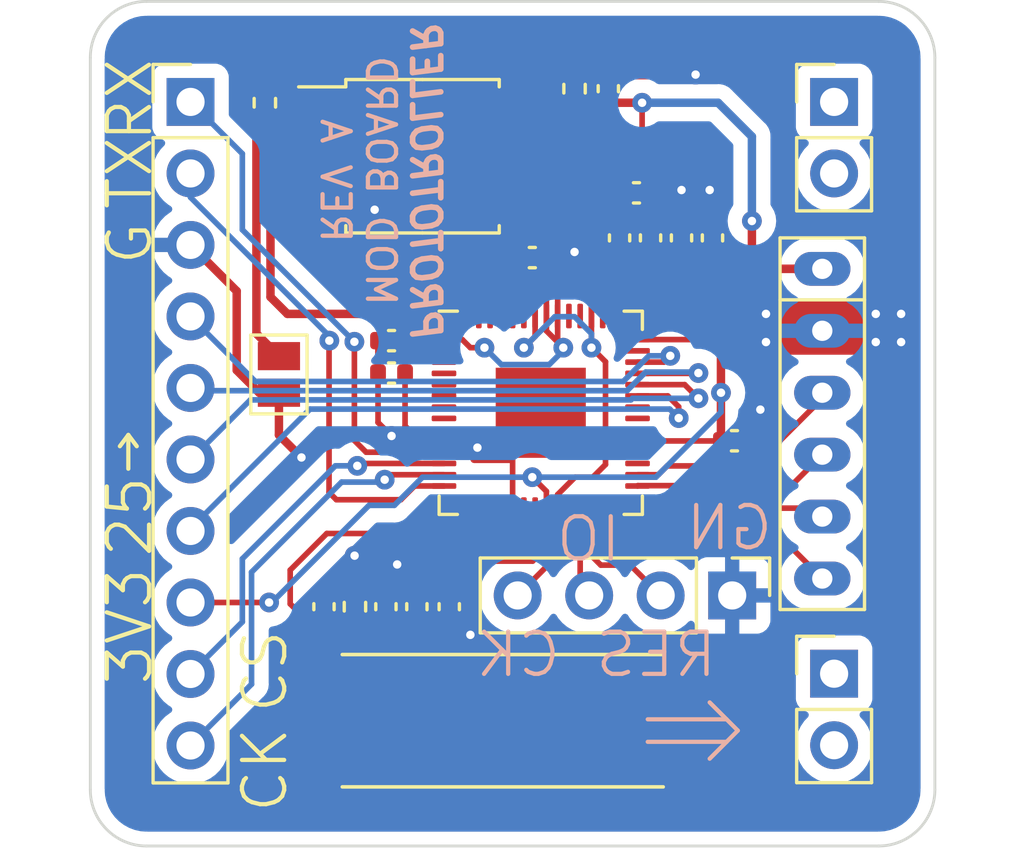
<source format=kicad_pcb>
(kicad_pcb (version 20211014) (generator pcbnew)
  (layers (0 "F.Cu" signal) (31 "B.Cu" signal) (34 "B.Paste" user) (35 "F.Paste" user) (36 "B.SilkS" user "B.Silkscreen") (37 "F.SilkS" user "F.Silkscreen") (38 "B.Mask" user) (39 "F.Mask" user) (44 "Edge.Cuts" user))
  (net 0 "")
  (net 1 "+3V3")
  (net 2 "/GPIO0")
  (net 3 "/GPIO1")
  (net 4 "/GPIO2")
  (net 5 "/GPIO3")
  (net 6 "/GPIO4")
  (net 7 "/GPIO5")
  (net 8 "/GPIO6")
  (net 9 "/GPIO7")
  (net 10 "/GPIO12")
  (net 11 "/GPIO13")
  (net 12 "/GPIO14")
  (net 13 "/GPIO15")
  (net 14 "GND")
  (net 15 "/XTAL_IN")
  (net 16 "/XTAL_OUT")
  (net 17 "+1V1")
  (net 18 "/SWCLK")
  (net 19 "/SWDIO")
  (net 20 "/RESET_N")
  (net 21 "/SPI1_CS_IO9")
  (net 22 "/SPI1_SCK")
  (net 23 "/SPI1_RX")
  (net 24 "/SPI1_TX")
  (net 25 "/GPIO20")
  (net 26 "/GPIO21")
  (net 27 "/GPIO22")
  (net 28 "/GPIO23")
  (net 29 "/GPIO24")
  (net 30 "/GPIO25")
  (net 31 "/GPIO26_ADC0")
  (net 32 "/GPIO27_ADC1")
  (net 33 "/GPIO28_ADC2")
  (net 34 "/GPIO29_ADC3")
  (net 37 "/QSPI_SD3")
  (net 38 "/QSPI_SCLK")
  (net 39 "/QSPI_SD0")
  (net 40 "/QSPI_SD2")
  (net 41 "/QSPI_SD1")
  (net 42 "/QSPI_NSS")
  (net 43 "Net-(C9-Pad2)")
  (net 44 "/BOOTSEL_N")
  (net 45 "/CS")
  (net 46 "/SCLK")
  (net 47 "/RX")
  (net 48 "/TX")
  (footprint "Connector_PinHeader_2.54mm:PinHeader_1x04_P2.54mm_Vertical" (layer "F.Cu") (at 167.8 96.1 -90)
    (fp_text reference "J1" hide)
    (fp_text value "Conn_01x04_Male")
    (pad "1" thru_hole rect (at 0 0 270) (size 1.7 1.7) (drill 1) (layers *.Cu *.Mask) (net 14 "GND"))
    (pad "2" thru_hole oval (at 0 2.54 270) (size 1.7 1.7) (drill 1) (layers *.Cu *.Mask) (net 20 "/RESET_N"))
    (pad "3" thru_hole oval (at 0 5.08 270) (size 1.7 1.7) (drill 1) (layers *.Cu *.Mask) (net 19 "/SWDIO"))
    (pad "4" thru_hole oval (at 0 7.62 270) (size 1.7 1.7) (drill 1) (layers *.Cu *.Mask) (net 18 "/SWCLK"))
  )
  (footprint "Capacitor_SMD:C_0402_1005Metric" (layer "F.Cu") (at 155.5 96.5 -90)
    (fp_text reference "C9" hide)
    (fp_text value "27p")
    (pad "1" smd roundrect (at -0.48 0 270) (size 0.56 0.62) (layers "F.Cu" "F.Paste" "F.Mask") (net 14 "GND"))
    (pad "2" smd roundrect (at 0.48 0 270) (size 0.56 0.62) (layers "F.Cu" "F.Paste" "F.Mask") (net 43 "Net-(C9-Pad2)"))
  )
  (footprint "Capacitor_SMD:C_0402_1005Metric" (layer "F.Cu") (at 166 83.4 90)
    (fp_text reference "C4" hide)
    (fp_text value "1u" hide)
    (pad "1" smd roundrect (at -0.48 0 90) (size 0.56 0.62) (layers "F.Cu" "F.Paste" "F.Mask") (net 1 "+3V3"))
    (pad "2" smd roundrect (at 0.48 0 90) (size 0.56 0.62) (layers "F.Cu" "F.Paste" "F.Mask") (net 14 "GND"))
  )
  (footprint "Capacitor_SMD:C_0402_1005Metric" (layer "F.Cu") (at 163.8 83.4 90)
    (fp_text reference "C5" hide)
    (fp_text value "100n" hide)
    (pad "1" smd roundrect (at -0.48 0 90) (size 0.56 0.62) (layers "F.Cu" "F.Paste" "F.Mask") (net 1 "+3V3"))
    (pad "2" smd roundrect (at 0.48 0 90) (size 0.56 0.62) (layers "F.Cu" "F.Paste" "F.Mask") (net 14 "GND"))
  )
  (footprint "Connector_PinHeader_2.54mm:PinHeader_1x02_P2.54mm_Vertical" (layer "F.Cu") (at 171.42 78.57)
    (fp_text reference "J10" hide)
    (fp_text value "Conn_01x02_Male")
    (pad "1" thru_hole rect (at 0 0) (size 1.7 1.7) (drill 1) (layers *.Cu *.Mask))
    (pad "2" thru_hole oval (at 0 2.54) (size 1.7 1.7) (drill 1) (layers *.Cu *.Mask))
  )
  (footprint "Capacitor_SMD:C_0402_1005Metric" (layer "F.Cu") (at 153.3 96.5 -90)
    (fp_text reference "C8" hide)
    (fp_text value "27p")
    (pad "1" smd roundrect (at -0.48 0 270) (size 0.56 0.62) (layers "F.Cu" "F.Paste" "F.Mask") (net 14 "GND"))
    (pad "2" smd roundrect (at 0.48 0 270) (size 0.56 0.62) (layers "F.Cu" "F.Paste" "F.Mask") (net 15 "/XTAL_IN"))
  )
  (footprint "Capacitor_SMD:C_0402_1005Metric" (layer "F.Cu") (at 164.4 81.8)
    (fp_text reference "C6" hide)
    (fp_text value "100n")
    (pad "1" smd roundrect (at -0.48 0) (size 0.56 0.62) (layers "F.Cu" "F.Paste" "F.Mask") (net 1 "+3V3"))
    (pad "2" smd roundrect (at 0.48 0) (size 0.56 0.62) (layers "F.Cu" "F.Paste" "F.Mask") (net 14 "GND"))
  )
  (footprint "Resistor_SMD:R_0402_1005Metric" (layer "F.Cu") (at 154.4 96.5 90)
    (fp_text reference "R3" hide)
    (fp_text value "1k")
    (pad "1" smd roundrect (at -0.51 0 90) (size 0.54 0.64) (layers "F.Cu" "F.Paste" "F.Mask") (net 43 "Net-(C9-Pad2)"))
    (pad "2" smd roundrect (at 0.51 0 90) (size 0.54 0.64) (layers "F.Cu" "F.Paste" "F.Mask") (net 16 "/XTAL_OUT"))
  )
  (footprint "Capacitor_SMD:C_0402_1005Metric" (layer "F.Cu") (at 163.4 78.1 90)
    (fp_text reference "C14" hide)
    (fp_text value "100n")
    (pad "1" smd roundrect (at -0.48 0 90) (size 0.56 0.62) (layers "F.Cu" "F.Paste" "F.Mask") (net 1 "+3V3"))
    (pad "2" smd roundrect (at 0.48 0 90) (size 0.56 0.62) (layers "F.Cu" "F.Paste" "F.Mask") (net 14 "GND"))
  )
  (footprint "Connector_PinHeader_2.54mm:PinHeader_1x10_P2.54mm_Vertical" (layer "F.Cu") (at 148.56 78.57)
    (fp_text reference "J2" hide)
    (fp_text value "Conn_01x10_Male")
    (pad "1" thru_hole rect (at 0 0) (size 1.7 1.7) (drill 1) (layers *.Cu *.Mask) (net 23 "/SPI1_RX"))
    (pad "2" thru_hole oval (at 0 2.54) (size 1.7 1.7) (drill 1) (layers *.Cu *.Mask) (net 24 "/SPI1_TX"))
    (pad "3" thru_hole oval (at 0 5.08) (size 1.7 1.7) (drill 1) (layers *.Cu *.Mask) (net 14 "GND"))
    (pad "4" thru_hole oval (at 0 7.62) (size 1.7 1.7) (drill 1) (layers *.Cu *.Mask) (net 33 "/GPIO28_ADC2"))
    (pad "5" thru_hole oval (at 0 10.16) (size 1.7 1.7) (drill 1) (layers *.Cu *.Mask) (net 32 "/GPIO27_ADC1"))
    (pad "6" thru_hole oval (at 0 12.7) (size 1.7 1.7) (drill 1) (layers *.Cu *.Mask) (net 31 "/GPIO26_ADC0"))
    (pad "7" thru_hole oval (at 0 15.24) (size 1.7 1.7) (drill 1) (layers *.Cu *.Mask) (net 30 "/GPIO25"))
    (pad "8" thru_hole oval (at 0 17.78) (size 1.7 1.7) (drill 1) (layers *.Cu *.Mask) (net 1 "+3V3"))
    (pad "9" thru_hole oval (at 0 20.32) (size 1.7 1.7) (drill 1) (layers *.Cu *.Mask) (net 21 "/SPI1_CS_IO9"))
    (pad "10" thru_hole oval (at 0 22.86) (size 1.7 1.7) (drill 1) (layers *.Cu *.Mask) (net 22 "/SPI1_SCK"))
  )
  (footprint "Capacitor_SMD:C_0402_1005Metric" (layer "F.Cu") (at 167.1 83.4 90)
    (fp_text reference "C13" hide)
    (fp_text value "100n")
    (pad "1" smd roundrect (at -0.48 0 90) (size 0.56 0.62) (layers "F.Cu" "F.Paste" "F.Mask") (net 1 "+3V3"))
    (pad "2" smd roundrect (at 0.48 0 90) (size 0.56 0.62) (layers "F.Cu" "F.Paste" "F.Mask") (net 14 "GND"))
  )
  (footprint "Capacitor_SMD:C_0402_1005Metric" (layer "F.Cu") (at 156.6 96.5 -90)
    (fp_text reference "C12" hide)
    (fp_text value "100n")
    (pad "1" smd roundrect (at -0.48 0 270) (size 0.56 0.62) (layers "F.Cu" "F.Paste" "F.Mask") (net 1 "+3V3"))
    (pad "2" smd roundrect (at 0.48 0 270) (size 0.56 0.62) (layers "F.Cu" "F.Paste" "F.Mask") (net 14 "GND"))
  )
  (footprint "Connector_PinHeader_2.54mm:PinHeader_1x02_P2.54mm_Vertical" (layer "F.Cu") (at 171.42 98.88)
    (fp_text reference "J9" hide)
    (fp_text value "Conn_01x02_Male")
    (pad "1" thru_hole rect (at 0 0) (size 1.7 1.7) (drill 1) (layers *.Cu *.Mask))
    (pad "2" thru_hole oval (at 0 2.54) (size 1.7 1.7) (drill 1) (layers *.Cu *.Mask))
  )
  (footprint "Capacitor_SMD:C_0402_1005Metric" (layer "F.Cu") (at 164.9 83.4 -90)
    (fp_text reference "C3" hide)
    (fp_text value "1u" hide)
    (pad "1" smd roundrect (at -0.48 0 270) (size 0.56 0.62) (layers "F.Cu" "F.Paste" "F.Mask") (net 14 "GND"))
    (pad "2" smd roundrect (at 0.48 0 270) (size 0.56 0.62) (layers "F.Cu" "F.Paste" "F.Mask") (net 17 "+1V1"))
  )
  (footprint "Capacitor_SMD:C_0402_1005Metric" (layer "F.Cu") (at 155.7 88.2 180)
    (fp_text reference "C10" hide)
    (fp_text value "100n")
    (pad "1" smd roundrect (at -0.48 0 180) (size 0.56 0.62) (layers "F.Cu" "F.Paste" "F.Mask") (net 1 "+3V3"))
    (pad "2" smd roundrect (at 0.48 0 180) (size 0.56 0.62) (layers "F.Cu" "F.Paste" "F.Mask") (net 14 "GND"))
  )
  (footprint "Capacitor_SMD:C_0402_1005Metric" (layer "F.Cu") (at 167.88 90.60625)
    (fp_text reference "C11" hide)
    (fp_text value "100n")
    (pad "1" smd roundrect (at -0.48 0) (size 0.56 0.62) (layers "F.Cu" "F.Paste" "F.Mask") (net 1 "+3V3"))
    (pad "2" smd roundrect (at 0.48 0) (size 0.56 0.62) (layers "F.Cu" "F.Paste" "F.Mask") (net 14 "GND"))
  )
  (footprint "prototroller_footprints:XTAL_ABLS-12.000MHZ-B4-T" (layer "F.Cu") (at 159.65 100.55 180)
    (fp_text reference "Y1" hide)
    (fp_text value "ABLS-12.000MHZ-B4-T")
    (pad "1" smd rect (at -4.75 0 180) (size 5.6 2.1) (layers "F.Cu" "F.Paste" "F.Mask") (net 43 "Net-(C9-Pad2)"))
    (pad "2" smd rect (at 4.75 0 180) (size 5.6 2.1) (layers "F.Cu" "F.Paste" "F.Mask") (net 15 "/XTAL_IN"))
  )
  (footprint "Capacitor_SMD:C_0402_1005Metric" (layer "F.Cu") (at 157.75 96.5 -90)
    (fp_text reference "C2" hide)
    (fp_text value "100n")
    (pad "1" smd roundrect (at -0.48 0 270) (size 0.56 0.62) (layers "F.Cu" "F.Paste" "F.Mask") (net 17 "+1V1"))
    (pad "2" smd roundrect (at 0.48 0 270) (size 0.56 0.62) (layers "F.Cu" "F.Paste" "F.Mask") (net 14 "GND"))
  )
  (footprint "Resistor_SMD:R_0402_1005Metric" (layer "F.Cu") (at 151.2 78.6 90)
    (fp_text reference "R1" hide)
    (fp_text value "10k")
    (pad "1" smd roundrect (at -0.51 0 90) (size 0.54 0.64) (layers "F.Cu" "F.Paste" "F.Mask") (net 44 "/BOOTSEL_N"))
    (pad "2" smd roundrect (at 0.51 0 90) (size 0.54 0.64) (layers "F.Cu" "F.Paste" "F.Mask") (net 42 "/QSPI_NSS"))
  )
  (footprint "Resistor_SMD:R_0402_1005Metric" (layer "F.Cu") (at 162.2 78.1 -90)
    (fp_text reference "R2" hide)
    (fp_text value "10k")
    (pad "1" smd roundrect (at -0.51 0 270) (size 0.54 0.64) (layers "F.Cu" "F.Paste" "F.Mask") (net 42 "/QSPI_NSS"))
    (pad "2" smd roundrect (at 0.51 0 270) (size 0.54 0.64) (layers "F.Cu" "F.Paste" "F.Mask") (net 1 "+3V3"))
  )
  (footprint "Package_DFN_QFN:QFN-56-1EP_7x7mm_P0.4mm_EP3.2x3.2mm" (layer "F.Cu") (at 161 89.6125)
    (fp_text reference "U1" hide)
    (fp_text value "RP2040")
    (pad "1" smd roundrect locked (at -3.4375 -2.6) (size 0.875 0.2) (layers "F.Cu" "F.Paste" "F.Mask") (net 1 "+3V3"))
    (pad "2" smd roundrect locked (at -3.4375 -2.2) (size 0.875 0.2) (layers "F.Cu" "F.Paste" "F.Mask") (net 2 "/GPIO0"))
    (pad "3" smd roundrect locked (at -3.4375 -1.8) (size 0.875 0.2) (layers "F.Cu" "F.Paste" "F.Mask") (net 3 "/GPIO1"))
    (pad "4" smd roundrect locked (at -3.4375 -1.4) (size 0.875 0.2) (layers "F.Cu" "F.Paste" "F.Mask") (net 4 "/GPIO2"))
    (pad "5" smd roundrect locked (at -3.4375 -1) (size 0.875 0.2) (layers "F.Cu" "F.Paste" "F.Mask") (net 5 "/GPIO3"))
    (pad "6" smd roundrect locked (at -3.4375 -0.6) (size 0.875 0.2) (layers "F.Cu" "F.Paste" "F.Mask") (net 6 "/GPIO4"))
    (pad "7" smd roundrect locked (at -3.4375 -0.2) (size 0.875 0.2) (layers "F.Cu" "F.Paste" "F.Mask") (net 7 "/GPIO5"))
    (pad "8" smd roundrect locked (at -3.4375 0.2) (size 0.875 0.2) (layers "F.Cu" "F.Paste" "F.Mask") (net 8 "/GPIO6"))
    (pad "9" smd roundrect locked (at -3.4375 0.6) (size 0.875 0.2) (layers "F.Cu" "F.Paste" "F.Mask") (net 9 "/GPIO7"))
    (pad "10" smd roundrect locked (at -3.4375 1) (size 0.875 0.2) (layers "F.Cu" "F.Paste" "F.Mask") (net 1 "+3V3"))
    (pad "11" smd roundrect locked (at -3.4375 1.4) (size 0.875 0.2) (layers "F.Cu" "F.Paste" "F.Mask") (net 23 "/SPI1_RX"))
    (pad "12" smd roundrect locked (at -3.4375 1.8) (size 0.875 0.2) (layers "F.Cu" "F.Paste" "F.Mask") (net 21 "/SPI1_CS_IO9"))
    (pad "13" smd roundrect locked (at -3.4375 2.2) (size 0.875 0.2) (layers "F.Cu" "F.Paste" "F.Mask") (net 22 "/SPI1_SCK"))
    (pad "14" smd roundrect locked (at -3.4375 2.6) (size 0.875 0.2) (layers "F.Cu" "F.Paste" "F.Mask") (net 24 "/SPI1_TX"))
    (pad "15" smd roundrect locked (at -2.6 3.4375) (size 0.2 0.875) (layers "F.Cu" "F.Paste" "F.Mask") (net 10 "/GPIO12"))
    (pad "16" smd roundrect locked (at -2.2 3.4375) (size 0.2 0.875) (layers "F.Cu" "F.Paste" "F.Mask") (net 11 "/GPIO13"))
    (pad "17" smd roundrect locked (at -1.8 3.4375) (size 0.2 0.875) (layers "F.Cu" "F.Paste" "F.Mask") (net 12 "/GPIO14"))
    (pad "18" smd roundrect locked (at -1.4 3.4375) (size 0.2 0.875) (layers "F.Cu" "F.Paste" "F.Mask") (net 13 "/GPIO15"))
    (pad "19" smd roundrect locked (at -1 3.4375) (size 0.2 0.875) (layers "F.Cu" "F.Paste" "F.Mask") (net 14 "GND"))
    (pad "20" smd roundrect locked (at -0.6 3.4375) (size 0.2 0.875) (layers "F.Cu" "F.Paste" "F.Mask") (net 15 "/XTAL_IN"))
    (pad "21" smd roundrect locked (at -0.2 3.4375) (size 0.2 0.875) (layers "F.Cu" "F.Paste" "F.Mask") (net 16 "/XTAL_OUT"))
    (pad "22" smd roundrect locked (at 0.2 3.4375) (size 0.2 0.875) (layers "F.Cu" "F.Paste" "F.Mask") (net 1 "+3V3"))
    (pad "23" smd roundrect locked (at 0.6 3.4375) (size 0.2 0.875) (layers "F.Cu" "F.Paste" "F.Mask") (net 17 "+1V1"))
    (pad "24" smd roundrect locked (at 1 3.4375) (size 0.2 0.875) (layers "F.Cu" "F.Paste" "F.Mask") (net 18 "/SWCLK"))
    (pad "25" smd roundrect locked (at 1.4 3.4375) (size 0.2 0.875) (layers "F.Cu" "F.Paste" "F.Mask") (net 19 "/SWDIO"))
    (pad "26" smd roundrect locked (at 1.8 3.4375) (size 0.2 0.875) (layers "F.Cu" "F.Paste" "F.Mask") (net 20 "/RESET_N"))
    (pad "27" smd roundrect locked (at 2.2 3.4375) (size 0.2 0.875) (layers "F.Cu" "F.Paste" "F.Mask") (net 47 "/RX"))
    (pad "28" smd roundrect locked (at 2.6 3.4375) (size 0.2 0.875) (layers "F.Cu" "F.Paste" "F.Mask") (net 45 "/CS"))
    (pad "29" smd roundrect locked (at 3.4375 2.6) (size 0.875 0.2) (layers "F.Cu" "F.Paste" "F.Mask") (net 46 "/SCLK"))
    (pad "30" smd roundrect locked (at 3.4375 2.2) (size 0.875 0.2) (layers "F.Cu" "F.Paste" "F.Mask") (net 48 "/TX"))
    (pad "31" smd roundrect locked (at 3.4375 1.8) (size 0.875 0.2) (layers "F.Cu" "F.Paste" "F.Mask") (net 25 "/GPIO20"))
    (pad "32" smd roundrect locked (at 3.4375 1.4) (size 0.875 0.2) (layers "F.Cu" "F.Paste" "F.Mask") (net 26 "/GPIO21"))
    (pad "33" smd roundrect locked (at 3.4375 1) (size 0.875 0.2) (layers "F.Cu" "F.Paste" "F.Mask") (net 1 "+3V3"))
    (pad "34" smd roundrect locked (at 3.4375 0.6) (size 0.875 0.2) (layers "F.Cu" "F.Paste" "F.Mask") (net 27 "/GPIO22"))
    (pad "35" smd roundrect locked (at 3.4375 0.2) (size 0.875 0.2) (layers "F.Cu" "F.Paste" "F.Mask") (net 28 "/GPIO23"))
    (pad "36" smd roundrect locked (at 3.4375 -0.2) (size 0.875 0.2) (layers "F.Cu" "F.Paste" "F.Mask") (net 29 "/GPIO24"))
    (pad "37" smd roundrect locked (at 3.4375 -0.6) (size 0.875 0.2) (layers "F.Cu" "F.Paste" "F.Mask") (net 30 "/GPIO25"))
    (pad "38" smd roundrect locked (at 3.4375 -1) (size 0.875 0.2) (layers "F.Cu" "F.Paste" "F.Mask") (net 31 "/GPIO26_ADC0"))
    (pad "39" smd roundrect locked (at 3.4375 -1.4) (size 0.875 0.2) (layers "F.Cu" "F.Paste" "F.Mask") (net 32 "/GPIO27_ADC1"))
    (pad "40" smd roundrect locked (at 3.4375 -1.8) (size 0.875 0.2) (layers "F.Cu" "F.Paste" "F.Mask") (net 33 "/GPIO28_ADC2"))
    (pad "41" smd roundrect locked (at 3.4375 -2.2) (size 0.875 0.2) (layers "F.Cu" "F.Paste" "F.Mask") (net 34 "/GPIO29_ADC3"))
    (pad "42" smd roundrect locked (at 3.4375 -2.6) (size 0.875 0.2) (layers "F.Cu" "F.Paste" "F.Mask") (net 1 "+3V3"))
    (pad "43" smd roundrect locked (at 2.6 -3.4375) (size 0.2 0.875) (layers "F.Cu" "F.Paste" "F.Mask") (net 1 "+3V3"))
    (pad "44" smd roundrect locked (at 2.2 -3.4375) (size 0.2 0.875) (layers "F.Cu" "F.Paste" "F.Mask") (net 1 "+3V3"))
    (pad "45" smd roundrect locked (at 1.8 -3.4375) (size 0.2 0.875) (layers "F.Cu" "F.Paste" "F.Mask") (net 17 "+1V1"))
    (pad "46" smd roundrect locked (at 1.4 -3.4375) (size 0.2 0.875) (layers "F.Cu" "F.Paste" "F.Mask"))
    (pad "47" smd roundrect locked (at 1 -3.4375) (size 0.2 0.875) (layers "F.Cu" "F.Paste" "F.Mask"))
    (pad "48" smd roundrect locked (at 0.6 -3.4375) (size 0.2 0.875) (layers "F.Cu" "F.Paste" "F.Mask") (net 1 "+3V3"))
    (pad "49" smd roundrect locked (at 0.2 -3.4375) (size 0.2 0.875) (layers "F.Cu" "F.Paste" "F.Mask") (net 1 "+3V3"))
    (pad "50" smd roundrect locked (at -0.2 -3.4375) (size 0.2 0.875) (layers "F.Cu" "F.Paste" "F.Mask") (net 17 "+1V1"))
    (pad "51" smd roundrect locked (at -0.6 -3.4375) (size 0.2 0.875) (layers "F.Cu" "F.Paste" "F.Mask") (net 37 "/QSPI_SD3"))
    (pad "52" smd roundrect locked (at -1 -3.4375) (size 0.2 0.875) (layers "F.Cu" "F.Paste" "F.Mask") (net 38 "/QSPI_SCLK"))
    (pad "53" smd roundrect locked (at -1.4 -3.4375) (size 0.2 0.875) (layers "F.Cu" "F.Paste" "F.Mask") (net 39 "/QSPI_SD0"))
    (pad "54" smd roundrect locked (at -1.8 -3.4375) (size 0.2 0.875) (layers "F.Cu" "F.Paste" "F.Mask") (net 40 "/QSPI_SD2"))
    (pad "55" smd roundrect locked (at -2.2 -3.4375) (size 0.2 0.875) (layers "F.Cu" "F.Paste" "F.Mask") (net 41 "/QSPI_SD1"))
    (pad "56" smd roundrect locked (at -2.6 -3.4375) (size 0.2 0.875) (layers "F.Cu" "F.Paste" "F.Mask") (net 42 "/QSPI_NSS"))
    (pad "57" smd rect locked (at 0 0) (size 3.2 3.2) (layers "F.Cu" "F.Mask") (net 14 "GND"))
  )
  (footprint "prototroller_footprints:Mag_Pogo_6P_P2.2mm_Male" (layer "F.Cu") (at 171 90 -90)
    (fp_text reference "J5" hide)
    (fp_text value "Conn_01x06_Male")
    (pad "1" thru_hole oval (at -5.5 0 270) (size 1.2 2) (drill 0.72) (layers *.Cu *.Mask) (net 1 "+3V3"))
    (pad "2" thru_hole oval (at -3.3 0 270) (size 1.2 2) (drill 0.72) (layers *.Cu *.Mask) (net 14 "GND"))
    (pad "3" thru_hole oval (at -1.1 0 270) (size 1.2 2) (drill 0.72) (layers *.Cu *.Mask) (net 48 "/TX"))
    (pad "4" thru_hole oval (at 1.1 0 270) (size 1.2 2) (drill 0.72) (layers *.Cu *.Mask) (net 46 "/SCLK"))
    (pad "5" thru_hole oval (at 3.3 0 270) (size 1.2 2) (drill 0.72) (layers *.Cu *.Mask) (net 45 "/CS"))
    (pad "6" thru_hole oval (at 5.5 0 270) (size 1.2 2) (drill 0.72) (layers *.Cu *.Mask) (net 47 "/RX"))
  )
  (footprint "Capacitor_SMD:C_0402_1005Metric" (layer "F.Cu") (at 160.7 84.1)
    (fp_text reference "C1" hide)
    (fp_text value "100n")
    (pad "1" smd roundrect (at -0.48 0) (size 0.56 0.62) (layers "F.Cu" "F.Paste" "F.Mask") (net 17 "+1V1"))
    (pad "2" smd roundrect (at 0.48 0) (size 0.56 0.62) (layers "F.Cu" "F.Paste" "F.Mask") (net 14 "GND"))
  )
  (footprint "Package_SO:SOIC-8_5.23x5.23mm_P1.27mm" (layer "F.Cu") (at 156.8 80.5)
    (fp_text reference "U2" hide)
    (fp_text value "W25Q16JVSSIQ")
    (pad "1" smd roundrect (at -3.6 -1.905) (size 1.6 0.6) (layers "F.Cu" "F.Paste" "F.Mask") (net 42 "/QSPI_NSS"))
    (pad "2" smd roundrect (at -3.6 -0.635) (size 1.6 0.6) (layers "F.Cu" "F.Paste" "F.Mask") (net 41 "/QSPI_SD1"))
    (pad "3" smd roundrect (at -3.6 0.635) (size 1.6 0.6) (layers "F.Cu" "F.Paste" "F.Mask") (net 40 "/QSPI_SD2"))
    (pad "4" smd roundrect (at -3.6 1.905) (size 1.6 0.6) (layers "F.Cu" "F.Paste" "F.Mask") (net 14 "GND"))
    (pad "5" smd roundrect (at 3.6 1.905) (size 1.6 0.6) (layers "F.Cu" "F.Paste" "F.Mask") (net 39 "/QSPI_SD0"))
    (pad "6" smd roundrect (at 3.6 0.635) (size 1.6 0.6) (layers "F.Cu" "F.Paste" "F.Mask") (net 38 "/QSPI_SCLK"))
    (pad "7" smd roundrect (at 3.6 -0.635) (size 1.6 0.6) (layers "F.Cu" "F.Paste" "F.Mask") (net 37 "/QSPI_SD3"))
    (pad "8" smd roundrect (at 3.6 -1.905) (size 1.6 0.6) (layers "F.Cu" "F.Paste" "F.Mask") (net 1 "+3V3"))
  )
  (footprint "Jumper:SolderJumper-2_P1.3mm_Open_Pad1.0x1.5mm" (layer "F.Cu") (at 151.7 88.25 -90)
    (fp_text reference "JP1" hide)
    (fp_text value "Jumper_2_Open")
    (pad "1" smd rect (at -0.65 0 270) (size 1 1.5) (layers "F.Cu" "F.Mask") (net 44 "/BOOTSEL_N"))
    (pad "2" smd rect (at 0.65 0 270) (size 1 1.5) (layers "F.Cu" "F.Mask") (net 14 "GND"))
  )
  (footprint "Capacitor_SMD:C_0402_1005Metric" (layer "F.Cu") (at 155.7 87.05 180)
    (fp_text reference "C7" hide)
    (fp_text value "100n")
    (pad "1" smd roundrect (at -0.48 0 180) (size 0.56 0.62) (layers "F.Cu" "F.Paste" "F.Mask") (net 1 "+3V3"))
    (pad "2" smd roundrect (at 0.48 0 180) (size 0.56 0.62) (layers "F.Cu" "F.Paste" "F.Mask") (net 14 "GND"))
  )
  (gr_line (start 164.8 100.5) (end 167.6 100.5) (layer "B.SilkS") (width 0.15))
  (gr_line (start 164.8 101.3) (end 167.6 101.3) (layer "B.SilkS") (width 0.15))
  (gr_line (start 167 99.9) (end 168 100.9) (layer "B.SilkS") (width 0.15))
  (gr_line (start 168 100.9) (end 167 101.9) (layer "B.SilkS") (width 0.15))
  (gr_line (start 146.35 90.4) (end 146.05 90.8) (layer "F.SilkS") (width 0.15))
  (gr_line (start 146.65 90.8) (end 146.35 90.4) (layer "F.SilkS") (width 0.15))
  (gr_line (start 146.35 91.6) (end 146.35 90.4) (layer "F.SilkS") (width 0.15))
  (gr_line (start 145 103) (end 145 77) (layer "Edge.Cuts") (width 0.1))
  (gr_arc (start 175 103) (mid 174.414214 104.414214) (end 173 105) (layer "Edge.Cuts") (width 0.1))
  (gr_arc (start 173 75) (mid 174.414214 75.585786) (end 175 77) (layer "Edge.Cuts") (width 0.1))
  (gr_arc (start 147 105) (mid 145.585786 104.414214) (end 145 103) (layer "Edge.Cuts") (width 0.1))
  (gr_line (start 173 105) (end 147 105) (layer "Edge.Cuts") (width 0.1))
  (gr_line (start 175 77) (end 175 103) (layer "Edge.Cuts") (width 0.1))
  (gr_arc (start 145 77) (mid 145.585786 75.585786) (end 147 75) (layer "Edge.Cuts") (width 0.1))
  (gr_line (start 147 75) (end 173 75) (layer "Edge.Cuts") (width 0.1))
  (gr_text "GN" (at 167.7 93.7) (layer "B.SilkS") (effects (font (size 1.5 1.5)) (justify mirror)))
  (gr_text "RES" (at 165.1 98.2) (layer "B.SilkS") (effects (font (size 1.5 1.5)) (justify mirror)))
  (gr_text "CK" (at 160.2 98.2) (layer "B.SilkS") (effects (font (size 1.5 1.5)) (justify mirror)))
  (gr_text "IO" (at 162.7 94.1) (layer "B.SilkS") (effects (font (size 1.5 1.5)) (justify mirror)))
  (gr_text "PROTOTROLLER" (at 156.9 81.45 270) (layer "B.SilkS") (effects (font (size 1 1) (thickness 0.2) italic) (justify mirror)))
  (gr_text "MOD BOARD\nREV A" (at 154.51 81.37 270) (layer "B.SilkS") (effects (font (size 1 1)) (justify mirror)))
  (gr_text "RX" (at 146.4 78.5 90) (layer "F.SilkS") (effects (font (size 1.5 1.5))))
  (gr_text "CS" (at 151.2 98.8 90) (layer "F.SilkS") (effects (font (size 1.5 1.5))))
  (gr_text "CK" (at 151.2 102.3 90) (layer "F.SilkS") (effects (font (size 1.5 1.5))))
  (gr_text "25" (at 146.4 93.3 90) (layer "F.SilkS") (effects (font (size 1.5 1.5))))
  (gr_text "G" (at 146.4 83.6 90) (layer "F.SilkS") (effects (font (size 1.5 1.5))))
  (gr_text "3V3" (at 146.4 97.2 90) (layer "F.SilkS") (effects (font (size 1.5 1.5))))
  (gr_text "TX" (at 146.4 81.1 90) (layer "F.SilkS") (effects (font (size 1.5 1.5))))
  (segment (start 161.2 92.4005) (end 161.2 93.05) (width 0.2) (layer "F.Cu") (net 1))
  (segment (start 161.2 86.175) (end 161.2 85.2) (width 0.2) (layer "F.Cu") (net 1))
  (segment (start 161.6 86.175) (end 161.6 85.4) (width 0.2) (layer "F.Cu") (net 1))
  (segment (start 162.6 85.2) (end 163.2 84.6) (width 0.2) (layer "F.Cu") (net 1))
  (segment (start 162.21 78.6) (end 162.2 78.61) (width 0.3) (layer "F.Cu") (net 1))
  (segment (start 163.2 86.175) (end 163.2 85.642448) (width 0.2) (layer "F.Cu") (net 1))
  (segment (start 157.366 94.554) (end 160.577372 94.554) (width 0.2) (layer "F.Cu") (net 1))
  (segment (start 156.18 87.05) (end 156.18 88.2) (width 0.2) (layer "F.Cu") (net 1))
  (segment (start 162.3 84.8) (end 163.1 84) (width 0.2) (layer "F.Cu") (net 1))
  (segment (start 161.6 87.1) (end 161.8 87.3) (width 0.2) (layer "F.Cu") (net 1))
  (segment (start 164.6 78.6) (end 162.21 78.6) (width 0.3) (layer "F.Cu") (net 1))
  (segment (start 156.2175 87.0125) (end 156.18 87.05) (width 0.2) (layer "F.Cu") (net 1))
  (segment (start 164.4375 87.0125) (end 166.5875 87.0125) (width 0.2) (layer "F.Cu") (net 1))
  (segment (start 166.4 85.2) (end 167.4 85.2) (width 0.2) (layer "F.Cu") (net 1))
  (segment (start 162.2 78.61) (end 163.37 78.61) (width 0.2) (layer "F.Cu") (net 1))
  (segment (start 167.3 86.3) (end 167.4 86.3) (width 0.2) (layer "F.Cu") (net 1))
  (segment (start 167.4 85.6) (end 167.4 86.3) (width 0.3) (layer "F.Cu") (net 1))
  (segment (start 158.2125 87.0125) (end 158.5 87.3) (width 0.2) (layer "F.Cu") (net 1))
  (segment (start 163.2 86.175) (end 163.6 86.175) (width 0.2) (layer "F.Cu") (net 1))
  (segment (start 168.5 82.8) (end 168.5 83.9) (width 0.3) (layer "F.Cu") (net 1))
  (segment (start 156.18 90.08) (end 156.7125 90.6125) (width 0.2) (layer "F.Cu") (net 1))
  (segment (start 161.6 86.175) (end 161.6 87.1) (width 0.2) (layer "F.Cu") (net 1))
  (segment (start 165.2 85.3) (end 166 84.5) (width 0.2) (layer "F.Cu") (net 1))
  (segment (start 166.35 85.25) (end 167.1 84.5) (width 0.2) (layer "F.Cu") (net 1))
  (segment (start 166.5875 87.0125) (end 167.3 86.3) (width 0.2) (layer "F.Cu") (net 1))
  (segment (start 164.4375 90.6125) (end 167.39375 90.6125) (width 0.2) (layer "F.Cu") (net 1))
  (segment (start 163.6 86.175) (end 165.425 86.175) (width 0.2) (layer "F.Cu") (net 1))
  (segment (start 157.5625 87.0125) (end 158.2125 87.0125) (width 0.2) (layer "F.Cu") (net 1))
  (segment (start 168.5 83.9) (end 169.1 84.5) (width 0.3) (layer "F.Cu") (net 1))
  (segment (start 167.4 86.3) (end 167.4 86.99375) (width 0.3) (layer "F.Cu") (net 1))
  (segment (start 160.6995 91.9) (end 161.2 92.4005) (width 0.2) (layer "F.Cu") (net 1))
  (segment (start 163.1 81) (end 164.6 79.5) (width 0.2) (layer "F.Cu") (net 1))
  (segment (start 157.5625 87.0125) (end 156.2175 87.0125) (width 0.2) (layer "F.Cu") (net 1))
  (segment (start 163.2 85.642448) (end 163.542448 85.3) (width 0.2) (layer "F.Cu") (net 1))
  (segment (start 163.6 84.6) (end 163.8 84.4) (width 0.2) (layer "F.Cu") (net 1))
  (segment (start 163.3 81.8) (end 163.92 81.8) (width 0.2) (layer "F.Cu") (net 1))
  (segment (start 160.577372 94.554) (end 161.2 93.931372) (width 0.2) (layer "F.Cu") (net 1))
  (segment (start 163.37 78.61) (end 163.4 78.58) (width 0.2) (layer "F.Cu") (net 1))
  (segment (start 169.1 84.5) (end 170 84.5) (width 0.3) (layer "F.Cu") (net 1))
  (segment (start 165.425 86.175) (end 166.35 85.25) (width 0.2) (layer "F.Cu") (net 1))
  (segment (start 163.1 82.2) (end 163.1 82) (width 0.2) (layer "F.Cu") (net 1))
  (segment (start 163.1 82.2) (end 163.1 81) (width 0.2) (layer "F.Cu") (net 1))
  (segment (start 161.2 85.2) (end 161.6 84.8) (width 0.2) (layer "F.Cu") (net 1))
  (segment (start 163.1 82) (end 163.3 81.8) (width 0.2) (layer "F.Cu") (net 1))
  (segment (start 171 84.5) (end 170 84.5) (width 0.3) (layer "F.Cu") (net 1))
  (segment (start 166.35 85.25) (end 166.4 85.2) (width 0.2) (layer "F.Cu") (net 1))
  (segment (start 170 84.5) (end 168.1 84.5) (width 0.3) (layer "F.Cu") (net 1))
  (segment (start 156.18 88.2) (end 156.18 90.08) (width 0.2) (layer "F.Cu") (net 1))
  (segment (start 164.6 79.5) (end 164.6 78.6) (width 0.2) (layer "F.Cu") (net 1))
  (segment (start 161.2 93.931372) (end 161.2 93.05) (width 0.2) (layer "F.Cu") (net 1))
  (segment (start 163.542448 85.3) (end 165.2 85.3) (width 0.2) (layer "F.Cu") (net 1))
  (segment (start 161.8 85.2) (end 162.6 85.2) (width 0.2) (layer "F.Cu") (net 1))
  (segment (start 156.6 95.32) (end 157.366 94.554) (width 0.2) (layer "F.Cu") (net 1))
  (segment (start 161.8 87.3) (end 161.2 86.7) (width 0.2) (layer "F.Cu") (net 1))
  (segment (start 167.1 84.5) (end 167.1 83.88) (width 0.2) (layer "F.Cu") (net 1))
  (segment (start 166 84.5) (end 166 83.88) (width 0.2) (layer "F.Cu") (net 1))
  (segment (start 161.6 84.8) (end 162.3 84.8) (width 0.2) (layer "F.Cu") (net 1))
  (segment (start 151.35 96.35) (end 148.56 96.35) (width 0.2) (layer "F.Cu") (net 1))
  (segment (start 156.7125 90.6125) (end 157.5625 90.6125) (width 0.2) (layer "F.Cu") (net 1))
  (segment (start 158.5 87.3) (end 159 87.3) (width 0.2) (layer "F.Cu") (net 1))
  (segment (start 156.6 96.02) (end 156.6 95.32) (width 0.2) (layer "F.Cu") (net 1))
  (segment (start 167.4 90.60625) (end 167.4 86.99375) (width 0.3) (layer "F.Cu") (net 1))
  (segment (start 161.6 85.4) (end 161.8 85.2) (width 0.2) (layer "F.Cu") (net 1))
  (segment (start 163.2 84.6) (end 163.6 84.6) (width 0.2) (layer "F.Cu") (net 1))
  (segment (start 168.1 84.5) (end 167.4 85.2) (width 0.3) (layer "F.Cu") (net 1))
  (segment (start 163.8 84.4) (end 163.8 83.88) (width 0.2) (layer "F.Cu") (net 1))
  (segment (start 160.4 78.595) (end 162.185 78.595) (width 0.3) (layer "F.Cu") (net 1))
  (segment (start 161.2 86.7) (end 161.2 86.175) (width 0.2) (layer "F.Cu") (net 1))
  (segment (start 167.4 85.2) (end 167.4 85.6) (width 0.3) (layer "F.Cu") (net 1))
  (segment (start 162.185 78.595) (end 162.2 78.61) (width 0.3) (layer "F.Cu") (net 1))
  (segment (start 163.1 84) (end 163.1 82.2) (width 0.2) (layer "F.Cu") (net 1))
  (via (at 161.8 87.3) (size 0.7) (drill 0.3) (layers "F.Cu" "B.Cu") (net 1))
  (via (at 164.6 78.6) (size 0.7) (drill 0.3) (layers "F.Cu" "B.Cu") (net 1))
  (via (at 159 87.3) (size 0.7) (drill 0.3) (layers "F.Cu" "B.Cu") (net 1))
  (via (at 168.5 82.8) (size 0.7) (drill 0.3) (layers "F.Cu" "B.Cu") (net 1))
  (via (at 167.401825 88.899544) (size 0.7) (drill 0.3) (layers "F.Cu" "B.Cu") (net 1))
  (via (at 151.35 96.35) (size 0.7) (drill 0.3) (layers "F.Cu" "B.Cu") (net 1))
  (via (at 160.6995 91.9) (size 0.7) (drill 0.3) (layers "F.Cu" "B.Cu") (net 1))
  (segment (start 151.35 96.35) (end 151.45 96.35) (width 0.2) (layer "B.Cu") (net 1))
  (segment (start 159.6 87.9) (end 161.3 87.9) (width 0.2) (layer "B.Cu") (net 1))
  (segment (start 161.3 87.9) (end 161.8 87.4) (width 0.2) (layer "B.Cu") (net 1))
  (segment (start 168.5 79.8) (end 167.3 78.6) (width 0.3) (layer "B.Cu") (net 1))
  (segment (start 161.8 87.4) (end 161.8 87.3) (width 0.2) (layer "B.Cu") (net 1))
  (segment (start 154.9 92.9) (end 155.8 92.9) (width 0.2) (layer "B.Cu") (net 1))
  (segment (start 165.089496 91.9) (end 167.401825 89.587671) (width 0.2) (layer "B.Cu") (net 1))
  (segment (start 151.45 96.35) (end 154.9 92.9) (width 0.2) (layer "B.Cu") (net 1))
  (segment (start 155.8 92.9) (end 156.8 91.9) (width 0.2) (layer "B.Cu") (net 1))
  (segment (start 159 87.3) (end 159.6 87.9) (width 0.2) (layer "B.Cu") (net 1))
  (segment (start 167.3 78.6) (end 164.6 78.6) (width 0.3) (layer "B.Cu") (net 1))
  (segment (start 167.401825 89.587671) (end 167.401825 88.899544) (width 0.2) (layer "B.Cu") (net 1))
  (segment (start 156.8 91.9) (end 160.6995 91.9) (width 0.2) (layer "B.Cu") (net 1))
  (segment (start 168.5 82.8) (end 168.5 79.8) (width 0.3) (layer "B.Cu") (net 1))
  (segment (start 160.6995 91.9) (end 165.089496 91.9) (width 0.2) (layer "B.Cu") (net 1))
  (segment (start 151 88.9) (end 151.7 88.9) (width 0.3) (layer "F.Cu") (net 14))
  (segment (start 166.48 77.62) (end 163.4 77.62) (width 0.3) (layer "F.Cu") (net 14))
  (segment (start 168.36 90.60625) (end 168.36 89.94) (width 0.3) (layer "F.Cu") (net 14))
  (segment (start 161.18 84.1) (end 162 84.1) (width 0.2) (layer "F.Cu") (net 14))
  (segment (start 155.095 82.405) (end 155.1 82.4) (width 0.3) (layer "F.Cu") (net 14))
  (segment (start 151.7 90.4) (end 151.7 88.9) (width 0.3) (layer "F.Cu") (net 14))
  (segment (start 160 90.6125) (end 160.40625 90.20625) (width 0.2) (layer "F.Cu") (net 14))
  (segment (start 154.387352 94.687352) (end 153.3 95.774704) (width 0.3) (layer "F.Cu") (net 14))
  (segment (start 152.5 91.2) (end 151.7 90.4) (width 0.3) (layer "F.Cu") (net 14))
  (segment (start 155.5 95.4) (end 155.9 95) (width 0.3) (layer "F.Cu") (net 14))
  (segment (start 160.40625 90.20625) (end 161 89.6125) (width 0.2) (layer "F.Cu") (net 14))
  (segment (start 160 93.05) (end 160 90.6125) (width 0.2) (layer "F.Cu") (net 14))
  (segment (start 155.22 89.956) (end 155.22 87.05) (width 0.2) (layer "F.Cu") (net 14))
  (segment (start 150.2 88.1) (end 151 88.9) (width 0.3) (layer "F.Cu") (net 14))
  (segment (start 162 84.1) (end 162.2 83.9) (width 0.2) (layer "F.Cu") (net 14))
  (segment (start 168.36 89.94) (end 168.8 89.5) (width 0.3) (layer "F.Cu") (net 14))
  (segment (start 155.7 90.436) (end 155.22 89.956) (width 0.2) (layer "F.Cu") (net 14))
  (segment (start 153.2 82.405) (end 155.095 82.405) (width 0.3) (layer "F.Cu") (net 14))
  (segment (start 166.5 77.6) (end 166.48 77.62) (width 0.3) (layer "F.Cu") (net 14))
  (segment (start 150.2 85.29) (end 150.2 88.1) (width 0.3) (layer "F.Cu") (net 14))
  (segment (start 148.56 83.65) (end 150.2 85.29) (width 0.3) (layer "F.Cu") (net 14))
  (segment (start 155.22 88.2) (end 155.22 87.05) (width 0.2) (layer "F.Cu") (net 14))
  (segment (start 155.5 96.02) (end 155.5 95.4) (width 0.3) (layer "F.Cu") (net 14))
  (segment (start 153.3 95.774704) (end 153.3 96.02) (width 0.3) (layer "F.Cu") (net 14))
  (via (at 169 87.1) (size 0.7) (drill 0.3) (layers "F.Cu" "B.Cu") (net 14))
  (via (at 173.8 86.1) (size 0.7) (drill 0.3) (layers "F.Cu" "B.Cu") (net 14))
  (via (at 158.5 97.5) (size 0.7) (drill 0.3) (layers "F.Cu" "B.Cu") (net 14))
  (via (at 168.8 89.5) (size 0.7) (drill 0.3) (layers "F.Cu" "B.Cu") (net 14))
  (via (at 172.9 86.1) (size 0.7) (drill 0.3) (layers "F.Cu" "B.Cu") (net 14))
  (via (at 158.75 90.85) (size 0.7) (drill 0.3) (layers "F.Cu" "B.Cu") (net 14))
  (via (at 166 81.7) (size 0.7) (drill 0.3) (layers "F.Cu" "B.Cu") (net 14))
  (via (at 166.5 77.6) (size 0.7) (drill 0.3) (layers "F.Cu" "B.Cu") (net 14))
  (via (at 167 81.7) (size 0.7) (drill 0.3) (layers "F.Cu" "B.Cu") (net 14))
  (via (at 152.5 91.2) (size 0.7) (drill 0.3) (layers "F.Cu" "B.Cu") (net 14))
  (via (at 155.7 90.436) (size 0.7) (drill 0.3) (layers "F.Cu" "B.Cu") (net 14))
  (via (at 173.8 87.1) (size 0.7) (drill 0.3) (layers "F.Cu" "B.Cu") (net 14))
  (via (at 169 86.1) (size 0.7) (drill 0.3) (layers "F.Cu" "B.Cu") (net 14))
  (via (at 154.387352 94.687352) (size 0.7) (drill 0.3) (layers "F.Cu" "B.Cu") (net 14))
  (via (at 162.2 83.9) (size 0.7) (drill 0.3) (layers "F.Cu" "B.Cu") (net 14))
  (via (at 172.9 87.1) (size 0.7) (drill 0.3) (layers "F.Cu" "B.Cu") (net 14))
  (via (at 155.1 82.4) (size 0.7) (drill 0.3) (layers "F.Cu" "B.Cu") (net 14))
  (via (at 155.9 95) (size 0.7) (drill 0.3) (layers "F.Cu" "B.Cu") (net 14))
  (segment (start 153.4 93.9) (end 152.1 95.2) (width 0.2) (layer "F.Cu") (net 15))
  (segment (start 160.16 93.9) (end 153.4 93.9) (width 0.2) (layer "F.Cu") (net 15))
  (segment (start 160.4 93.05) (end 160.4 93.66) (width 0.2) (layer "F.Cu") (net 15))
  (segment (start 160.4 93.66) (end 160.16 93.9) (width 0.2) (layer "F.Cu") (net 15))
  (segment (start 154.9 100.55) (end 154.9 99.4) (width 0.3) (layer "F.Cu") (net 15))
  (segment (start 153.3 97.8) (end 153.3 96.98) (width 0.3) (layer "F.Cu") (net 15))
  (segment (start 152.1 95.2) (end 152.1 96.4) (width 0.2) (layer "F.Cu") (net 15))
  (segment (start 154.9 99.4) (end 153.3 97.8) (width 0.3) (layer "F.Cu") (net 15))
  (segment (start 152.68 96.98) (end 153.3 96.98) (width 0.2) (layer "F.Cu") (net 15))
  (segment (start 152.1 96.4) (end 152.68 96.98) (width 0.2) (layer "F.Cu") (net 15))
  (segment (start 160.8 93.722448) (end 160.295448 94.227) (width 0.2) (layer "F.Cu") (net 16))
  (segment (start 160.8 93.05) (end 160.8 93.722448) (width 0.2) (layer "F.Cu") (net 16))
  (segment (start 160.295448 94.227) (end 155.663 94.227) (width 0.2) (layer "F.Cu") (net 16))
  (segment (start 155.663 94.227) (end 154.4 95.49) (width 0.2) (layer "F.Cu") (net 16))
  (segment (start 154.4 95.49) (end 154.4 95.99) (width 0.2) (layer "F.Cu") (net 16))
  (segment (start 161.6 92.517525) (end 162.217525 91.9) (width 0.2) (layer "F.Cu") (net 17))
  (segment (start 162.8 86.175) (end 162.8 85.58) (width 0.2) (layer "F.Cu") (net 17))
  (segment (start 164.4 84.973) (end 164.9 84.473) (width 0.2) (layer "F.Cu") (net 17))
  (segment (start 160.8 86.175) (end 160.8 85.3) (width 0.2) (layer "F.Cu") (net 17))
  (segment (start 163.3 87.8) (end 162.8 87.3) (width 0.2) (layer "F.Cu") (net 17))
  (segment (start 161.6 93.05) (end 161.6 93.99382) (width 0.2) (layer "F.Cu") (net 17))
  (segment (start 160.71282 94.881) (end 158.319 94.881) (width 0.2) (layer "F.Cu") (net 17))
  (segment (start 163.407 84.973) (end 164.4 84.973) (width 0.2) (layer "F.Cu") (net 17))
  (segment (start 160.8 86.175) (end 160.8 86.9) (width 0.2) (layer "F.Cu") (net 17))
  (segment (start 162.8 87.3) (end 162.8 86.175) (width 0.2) (layer "F.Cu") (net 17))
  (segment (start 163.3 91.45) (end 163.3 87.8) (width 0.2) (layer "F.Cu") (net 17))
  (segment (start 160.8 85.3) (end 160.22 84.72) (width 0.2) (layer "F.Cu") (net 17))
  (segment (start 162.8 85.58) (end 163.407 84.973) (width 0.2) (layer "F.Cu") (net 17))
  (segment (start 161.6 93.99382) (end 160.71282 94.881) (width 0.2) (layer "F.Cu") (net 17))
  (segment (start 157.75 95.45) (end 157.75 96.02) (width 0.2) (layer "F.Cu") (net 17))
  (segment (start 164.9 84.473) (end 164.9 83.88) (width 0.2) (layer "F.Cu") (net 17))
  (segment (start 158.319 94.881) (end 157.75 95.45) (width 0.2) (layer "F.Cu") (net 17))
  (segment (start 162.85 91.9) (end 163.3 91.45) (width 0.2) (layer "F.Cu") (net 17))
  (segment (start 162.217525 91.9) (end 162.85 91.9) (width 0.2) (layer "F.Cu") (net 17))
  (segment (start 160.22 84.72) (end 160.22 84.1) (width 0.2) (layer "F.Cu") (net 17))
  (segment (start 160.8 86.9) (end 160.4 87.3) (width 0.2) (layer "F.Cu") (net 17))
  (segment (start 161.6 93.05) (end 161.6 92.517525) (width 0.2) (layer "F.Cu") (net 17))
  (via (at 160.4 87.3) (size 0.7) (drill 0.3) (layers "F.Cu" "B.Cu") (net 17))
  (via (at 162.8 87.3) (size 0.7) (drill 0.3) (layers "F.Cu" "B.Cu") (net 17))
  (segment (start 162.8 86.8) (end 162.2 86.2) (width 0.2) (layer "B.Cu") (net 17))
  (segment (start 162.8 87.3) (end 162.8 86.8) (width 0.2) (layer "B.Cu") (net 17))
  (segment (start 162.2 86.2) (end 161.5 86.2) (width 0.2) (layer "B.Cu") (net 17))
  (segment (start 161.5 86.2) (end 160.4 87.3) (width 0.2) (layer "B.Cu") (net 17))
  (segment (start 162 94.28) (end 160.18 96.1) (width 0.2) (layer "F.Cu") (net 18))
  (segment (start 162 93.05) (end 162 94.28) (width 0.2) (layer "F.Cu") (net 18))
  (segment (start 162.4 93.05) (end 162.4 95.78) (width 0.2) (layer "F.Cu") (net 19))
  (segment (start 162.4 95.78) (end 162.72 96.1) (width 0.2) (layer "F.Cu") (net 19))
  (segment (start 162.8 94.69) (end 163.133 95.023) (width 0.2) (layer "F.Cu") (net 20))
  (segment (start 163.133 95.023) (end 164.183 95.023) (width 0.2) (layer "F.Cu") (net 20))
  (segment (start 162.8 93.05) (end 162.8 94.69) (width 0.2) (layer "F.Cu") (net 20))
  (segment (start 164.183 95.023) (end 165.26 96.1) (width 0.2) (layer "F.Cu") (net 20))
  (segment (start 154.567081 91.4125) (end 157.5625 91.4125) (width 0.2) (layer "F.Cu") (net 21))
  (segment (start 154.483165 91.496416) (end 154.567081 91.4125) (width 0.2) (layer "F.Cu") (net 21))
  (via (at 154.483165 91.496416) (size 0.7) (drill 0.3) (layers "F.Cu" "B.Cu") (net 21))
  (segment (start 150.4 94.8) (end 150.4 97.04) (width 0.2) (layer "B.Cu") (net 21))
  (segment (start 153.703584 91.496416) (end 150.4 94.8) (width 0.2) (layer "B.Cu") (net 21))
  (segment (start 154.483165 91.496416) (end 153.703584 91.496416) (width 0.2) (layer "B.Cu") (net 21))
  (segment (start 150.4 97.04) (end 148.56 98.88) (width 0.2) (layer "B.Cu") (net 21))
  (segment (start 155.5375 91.8125) (end 157.5625 91.8125) (width 0.2) (layer "F.Cu") (net 22))
  (segment (start 155.456086 91.989) (end 155.456086 91.893914) (width 0.2) (layer "F.Cu") (net 22))
  (segment (start 155.456086 91.893914) (end 155.5375 91.8125) (width 0.2) (layer "F.Cu") (net 22))
  (via (at 155.456086 91.989) (size 0.7) (drill 0.3) (layers "F.Cu" "B.Cu") (net 22))
  (segment (start 155.37167 92.073416) (end 153.926584 92.073416) (width 0.2) (layer "B.Cu") (net 22))
  (segment (start 153.926584 92.073416) (end 150.727 95.273) (width 0.2) (layer "B.Cu") (net 22))
  (segment (start 150.727 95.273) (end 150.727 99.253) (width 0.2) (layer "B.Cu") (net 22))
  (segment (start 155.456086 91.989) (end 155.37167 92.073416) (width 0.2) (layer "B.Cu") (net 22))
  (segment (start 150.727 99.253) (end 148.56 101.42) (width 0.2) (layer "B.Cu") (net 22))
  (segment (start 154.796498 91.0125) (end 154.38 90.596002) (width 0.2) (layer "F.Cu") (net 23))
  (segment (start 154.38 90.596002) (end 154.38 87.09) (width 0.2) (layer "F.Cu") (net 23))
  (segment (start 157.5625 91.0125) (end 154.796498 91.0125) (width 0.2) (layer "F.Cu") (net 23))
  (via (at 154.38 87.09) (size 0.7) (drill 0.3) (layers "F.Cu" "B.Cu") (net 23))
  (segment (start 150.4 83.11) (end 150.4 80.41) (width 0.2) (layer "B.Cu") (net 23))
  (segment (start 150.4 80.41) (end 148.56 78.57) (width 0.2) (layer "B.Cu") (net 23))
  (segment (start 154.38 87.09) (end 150.4 83.11) (width 0.2) (layer "B.Cu") (net 23))
  (segment (start 156.03 92.7) (end 153.74 92.7) (width 0.2) (layer "F.Cu") (net 24))
  (segment (start 153.74 92.7) (end 153.48 92.44) (width 0.2) (layer "F.Cu") (net 24))
  (segment (start 157.5625 92.2125) (end 156.5175 92.2125) (width 0.2) (layer "F.Cu") (net 24))
  (segment (start 153.48 92.44) (end 153.48 87.06) (width 0.2) (layer "F.Cu") (net 24))
  (segment (start 153.48 87.06) (end 153.49 87.05) (width 0.2) (layer "F.Cu") (net 24))
  (segment (start 156.5175 92.2125) (end 156.03 92.7) (width 0.2) (layer "F.Cu") (net 24))
  (via (at 153.49 87.05) (size 0.7) (drill 0.3) (layers "F.Cu" "B.Cu") (net 24))
  (segment (start 148.56 81.96) (end 148.56 81.11) (width 0.2) (layer "B.Cu") (net 24))
  (segment (start 153.49 86.89) (end 148.56 81.96) (width 0.2) (layer "B.Cu") (net 24))
  (segment (start 153.49 87.05) (end 153.49 86.89) (width 0.2) (layer "B.Cu") (net 24))
  (segment (start 165.5125 89.0125) (end 165.9 89.4) (width 0.2) (layer "F.Cu") (net 30))
  (segment (start 165.9 89.4) (end 165.9 89.8) (width 0.2) (layer "F.Cu") (net 30))
  (segment (start 164.4375 89.0125) (end 165.5125 89.0125) (width 0.2) (layer "F.Cu") (net 30))
  (via (at 165.9 89.8) (size 0.7) (drill 0.3) (layers "F.Cu" "B.Cu") (net 30))
  (segment (start 152.802998 89.481) (end 148.56 93.723998) (width 0.2) (layer "B.Cu") (net 30))
  (segment (start 148.56 93.723998) (end 148.56 93.82) (width 0.2) (layer "B.Cu") (net 30))
  (segment (start 165.581 89.481) (end 152.802998 89.481) (width 0.2) (layer "B.Cu") (net 30))
  (segment (start 165.9 89.8) (end 165.581 89.481) (width 0.2) (layer "B.Cu") (net 30))
  (segment (start 166.1125 88.6125) (end 164.4375 88.6125) (width 0.2) (layer "F.Cu") (net 31))
  (segment (start 166.6 89.1) (end 166.1125 88.6125) (width 0.2) (layer "F.Cu") (net 31))
  (via (at 166.6 89.1) (size 0.7) (drill 0.3) (layers "F.Cu" "B.Cu") (net 31))
  (segment (start 166.6 89.1) (end 164.254896 89.1) (width 0.2) (layer "B.Cu") (net 31))
  (segment (start 150.686 89.154) (end 148.56 91.28) (width 0.2) (layer "B.Cu") (net 31))
  (segment (start 164.254896 89.1) (end 164.200896 89.154) (width 0.2) (layer "B.Cu") (net 31))
  (segment (start 164.200896 89.154) (end 150.686 89.154) (width 0.2) (layer "B.Cu") (net 31))
  (segment (start 166.6 88.2) (end 166.5875 88.2125) (width 0.2) (layer "F.Cu") (net 32))
  (segment (start 166.5875 88.2125) (end 164.4375 88.2125) (width 0.2) (layer "F.Cu") (net 32))
  (via (at 166.6 88.2) (size 0.7) (drill 0.3) (layers "F.Cu" "B.Cu") (net 32))
  (segment (start 148.647 88.827) (end 148.56 88.74) (width 0.2) (layer "B.Cu") (net 32))
  (segment (start 166.6 88.2) (end 166.566 88.166) (width 0.2) (layer "B.Cu") (net 32))
  (segment (start 166.566 88.166) (end 164.726448 88.166) (width 0.2) (layer "B.Cu") (net 32))
  (segment (start 164.726448 88.166) (end 164.065448 88.827) (width 0.2) (layer "B.Cu") (net 32))
  (segment (start 164.065448 88.827) (end 148.647 88.827) (width 0.2) (layer "B.Cu") (net 32))
  (segment (start 165.6 87.589) (end 165.3765 87.8125) (width 0.2) (layer "F.Cu") (net 33))
  (segment (start 165.3765 87.8125) (end 164.4375 87.8125) (width 0.2) (layer "F.Cu") (net 33))
  (via (at 165.6 87.589) (size 0.7) (drill 0.3) (layers "F.Cu" "B.Cu") (net 33))
  (segment (start 150.86 88.5) (end 148.56 86.2) (width 0.2) (layer "B.Cu") (net 33))
  (segment (start 165.6 87.589) (end 164.841 87.589) (width 0.2) (layer "B.Cu") (net 33))
  (segment (start 164.841 87.589) (end 163.93 88.5) (width 0.2) (layer "B.Cu") (net 33))
  (segment (start 163.93 88.5) (end 150.86 88.5) (width 0.2) (layer "B.Cu") (net 33))
  (segment (start 160.4 86.175) (end 160.4 85.412656) (width 0.2) (layer "F.Cu") (net 37))
  (segment (start 159.027 84.039656) (end 159.027 83.573) (width 0.2) (layer "F.Cu") (net 37))
  (segment (start 160.4 85.412656) (end 159.027 84.039656) (width 0.2) (layer "F.Cu") (net 37))
  (segment (start 159.273 83.327) (end 161.918552 83.327) (width 0.2) (layer "F.Cu") (net 37))
  (segment (start 161.365 79.865) (end 160.4 79.865) (width 0.2) (layer "F.Cu") (net 37))
  (segment (start 161.918552 83.327) (end 161.927 83.318552) (width 0.2) (layer "F.Cu") (net 37))
  (segment (start 161.927 80.427) (end 161.365 79.865) (width 0.2) (layer "F.Cu") (net 37))
  (segment (start 161.927 83.318552) (end 161.927 80.427) (width 0.2) (layer "F.Cu") (net 37))
  (segment (start 159.027 83.573) (end 159.273 83.327) (width 0.2) (layer "F.Cu") (net 37))
  (segment (start 160 85.475104) (end 158.7 84.175104) (width 0.2) (layer "F.Cu") (net 38))
  (segment (start 161.6 83) (end 161.6 81.4) (width 0.2) (layer "F.Cu") (net 38))
  (segment (start 161.335 81.135) (end 160.4 81.135) (width 0.2) (layer "F.Cu") (net 38))
  (segment (start 159.1 83) (end 161.6 83) (width 0.2) (layer "F.Cu") (net 38))
  (segment (start 158.7 83.4) (end 159.1 83) (width 0.2) (layer "F.Cu") (net 38))
  (segment (start 160 86.175) (end 160 85.475104) (width 0.2) (layer "F.Cu") (net 38))
  (segment (start 161.6 81.4) (end 161.335 81.135) (width 0.2) (layer "F.Cu") (net 38))
  (segment (start 158.7 84.175104) (end 158.7 83.4) (width 0.2) (layer "F.Cu") (net 38))
  (segment (start 159.232552 82.405) (end 160.4 82.405) (width 0.2) (layer "F.Cu") (net 39))
  (segment (start 159.6 86.175) (end 159.6 85.537552) (width 0.2) (layer "F.Cu") (net 39))
  (segment (start 158.373 84.310552) (end 158.373 83.264552) (width 0.2) (layer "F.Cu") (net 39))
  (segment (start 159.6 85.537552) (end 158.373 84.310552) (width 0.2) (layer "F.Cu") (net 39))
  (segment (start 158.373 83.264552) (end 159.232552 82.405) (width 0.2) (layer "F.Cu") (net 39))
  (segment (start 159.2 86.175) (end 159.2 85.6) (width 0.2) (layer "F.Cu") (net 40))
  (segment (start 158.046 82.746) (end 156.435 81.135) (width 0.2) (layer "F.Cu") (net 40))
  (segment (start 159.2 85.6) (end 158.046 84.446) (width 0.2) (layer "F.Cu") (net 40))
  (segment (start 156.435 81.135) (end 153.2 81.135) (width 0.2) (layer "F.Cu") (net 40))
  (segment (start 158.046 84.446) (end 158.046 82.746) (width 0.2) (layer "F.Cu") (net 40))
  (segment (start 151.9 80.4) (end 151.9 83.2) (width 0.2) (layer "F.Cu") (net 41))
  (segment (start 152.435 79.865) (end 151.9 80.4) (width 0.2) (layer "F.Cu") (net 41))
  (segment (start 158.8 85.7) (end 158.8 86.175) (width 0.2) (layer "F.Cu") (net 41))
  (segment (start 153.4 84.7) (end 157.8 84.7) (width 0.2) (layer "F.Cu") (net 41))
  (segment (start 157.8 84.7) (end 158.8 85.7) (width 0.2) (layer "F.Cu") (net 41))
  (segment (start 153.2 79.865) (end 152.435 79.865) (width 0.2) (layer "F.Cu") (net 41))
  (segment (start 151.9 83.2) (end 153.4 84.7) (width 0.2) (layer "F.Cu") (net 41))
  (segment (start 153.2 78.595) (end 152.595 78.595) (width 0.3) (layer "F.Cu") (net 42))
  (segment (start 152 86.1) (end 151.4 85.5) (width 0.3) (layer "F.Cu") (net 42))
  (segment (start 151.4 80) (end 152.805 78.595) (width 0.3) (layer "F.Cu") (net 42))
  (segment (start 154.295 77.5) (end 153.2 78.595) (width 0.3) (layer "F.Cu") (net 42))
  (segment (start 152.595 78.595) (end 152.09 78.09) (width 0.3) (layer "F.Cu") (net 42))
  (segment (start 152.09 78.09) (end 151.2 78.09) (width 0.3) (layer "F.Cu") (net 42))
  (segment (start 162.11 77.5) (end 154.295 77.5) (width 0.3) (layer "F.Cu") (net 42))
  (segment (start 151.4 85.5) (end 151.4 80) (width 0.3) (layer "F.Cu") (net 42))
  (segment (start 162.2 77.59) (end 162.11 77.5) (width 0.3) (layer "F.Cu") (net 42))
  (segment (start 158.325 86.1) (end 152 86.1) (width 0.3) (layer "F.Cu") (net 42))
  (segment (start 152.805 78.595) (end 153.2 78.595) (width 0.3) (layer "F.Cu") (net 42))
  (segment (start 160.87 100.55) (end 158.92 98.6) (width 0.3) (layer "F.Cu") (net 43))
  (segment (start 164.4 100.55) (end 160.87 100.55) (width 0.3) (layer "F.Cu") (net 43))
  (segment (start 158.92 98.6) (end 156.3 98.6) (width 0.3) (layer "F.Cu") (net 43))
  (segment (start 156.3 98.6) (end 155.527 97.827) (width 0.3) (layer "F.Cu") (net 43))
  (segment (start 155.5 96.98) (end 154.43 96.98) (width 0.3) (layer "F.Cu") (net 43))
  (segment (start 154.43 96.98) (end 154.4 97.01) (width 0.3) (layer "F.Cu") (net 43))
  (segment (start 155.527 97.827) (end 155.527 96.98) (width 0.3) (layer "F.Cu") (net 43))
  (segment (start 150.9 86.8) (end 150.9 79.41) (width 0.3) (layer "F.Cu") (net 44))
  (segment (start 150.9 79.41) (end 151.2 79.11) (width 0.3) (layer "F.Cu") (net 44))
  (segment (start 151.7 87.6) (end 150.9 86.8) (width 0.3) (layer "F.Cu") (net 44))
  (segment (start 163.65 93) (end 170.7 93) (width 0.2) (layer "F.Cu") (net 45))
  (segment (start 163.6 93.05) (end 163.65 93) (width 0.2) (layer "F.Cu") (net 45))
  (segment (start 170.7 93) (end 171 93.3) (width 0.2) (layer "F.Cu") (net 45))
  (segment (start 164.4375 92.2125) (end 164.45 92.2) (width 0.2) (layer "F.Cu") (net 46))
  (segment (start 164.45 92.2) (end 169.9 92.2) (width 0.2) (layer "F.Cu") (net 46))
  (segment (start 169.9 92.2) (end 171 91.1) (width 0.2) (layer "F.Cu") (net 46))
  (segment (start 169.5 94) (end 171 95.5) (width 0.2) (layer "F.Cu") (net 47))
  (segment (start 163.2 93.05) (end 163.2 93.479237) (width 0.2) (layer "F.Cu") (net 47))
  (segment (start 163.2 93.479237) (end 163.720763 94) (width 0.2) (layer "F.Cu") (net 47))
  (segment (start 163.720763 94) (end 169.5 94) (width 0.2) (layer "F.Cu") (net 47))
  (segment (start 168.6 91.5) (end 171 89.1) (width 0.2) (layer "F.Cu") (net 48))
  (segment (start 171 89.1) (end 171 88.9) (width 0.2) (layer "F.Cu") (net 48))
  (segment (start 165.177118 91.8125) (end 165.489618 91.5) (width 0.2) (layer "F.Cu") (net 48))
  (segment (start 165.489618 91.5) (end 168.6 91.5) (width 0.2) (layer "F.Cu") (net 48))
  (segment (start 164.4375 91.8125) (end 165.177118 91.8125) (width 0.2) (layer "F.Cu") (net 48))
  (zone (net 14) (net_name "GND") (layer "F.Cu") (connect_pads yes (clearance 0.508)) (min_thickness 0.254) (fill yes (thermal_gap 0.508) (thermal_bridge_width 0.508))
    (polygon (pts (xy 159.130238 97.868975) (xy 156.381832 97.768975) (xy 156.2 96.869635) (xy 156.2 96.469635) (xy 158.8 96.769635)))
  )
  (zone (net 14) (net_name "GND") (layer "F.Cu") (connect_pads yes (clearance 0.508)) (min_thickness 0.254) (fill yes (thermal_gap 0.508) (thermal_bridge_width 0.508))
    (polygon (pts (xy 160.1 91.4) (xy 158.3 91.4) (xy 158.3 91.15) (xy 158.3 90.39844) (xy 160.1 90.4)))
  )
  (zone (net 14) (net_name "GND") (layer "F.Cu") (connect_pads yes (clearance 0.508)) (min_thickness 0.254) (fill yes (thermal_gap 0.508) (thermal_bridge_width 0.508))
    (polygon (pts (xy 174.25 87.55) (xy 168.4 87.55) (xy 168.4 85.65) (xy 174.25 85.65)))
  )
  (zone (net 14) (net_name "GND") (layer "F.Cu") (connect_pads (clearance 0.508)) (min_thickness 0.254) (fill yes (thermal_gap 0.508) (thermal_bridge_width 0.508))
    (polygon (pts (xy 165.9 81.3) (xy 167.5 81.3) (xy 167.5 83.2) (xy 164.9 83.2) (xy 163.5 83.2) (xy 163.5 82.4) (xy 164.5 82.4) (xy 164.5 81.3)))
  )
  (zone (net 14) (net_name "GND") (layer "B.Cu") (connect_pads (clearance 0.508)) (min_thickness 0.254) (fill yes (thermal_gap 0.508) (thermal_bridge_width 0.508))
    (polygon (pts (xy 175 105.1) (xy 144.9 105) (xy 145.1 75) (xy 175 75)))
  )
)
</source>
